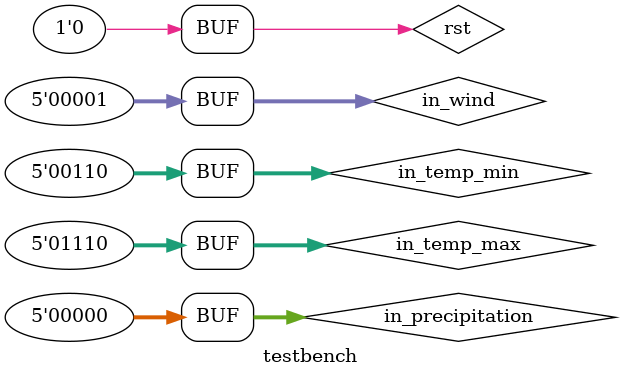
<source format=v>
module decision_tree (
    CLOCK_50,
    rst,
    in_temp_max,
    in_temp_min,
    in_precipitation,
    in_wind,
    tmp_out);

    input CLOCK_50, rst;
    input[4:0] in_temp_max, in_temp_min,
                in_precipitation, in_wind;
    //output[2:0] out;

    parameter state_0 = 3'b000;
    parameter state_1 = 3'b001;
    parameter state_2 = 3'b010;
    parameter state_3 = 3'b011;
    parameter state_4 = 3'b100;

    output reg[4:0] tmp_out;
    reg[2:0] present_state, next_state;

    always @ (posedge CLOCK_50 or posedge rst) begin
        if(rst) begin
            present_state <= state_0;
        end
        else begin
            present_state <= next_state;
        end
    end

    always @ (posedge CLOCK_50) begin
        case(present_state)
            state_0 : begin
                if (in_temp_max <= 17) begin
                    next_state <= state_1;
                end
                else begin
                    next_state <= state_2;
                end
            end
            state_1 : begin
                if (in_precipitation <= 1) begin
                    tmp_out <= 5'b10000; // sunny
                end
                else begin
                    next_state <= state_3;
                end
            end
            state_2 : begin
                if (in_temp_max <= 26) begin
                    next_state <= state_4;
                end
                else begin
                    tmp_out <= 5'b10000; // sunny
                end
            end
            state_3 : begin
                if (in_temp_min <= 1) begin
                    tmp_out <= 5'b01000; // snowy
                end
                else begin
                    tmp_out <= 5'b00100; // rainy
                end
            end
            state_4 : begin
                if (in_precipitation <= 1) begin
                    tmp_out <= 5'b10000; // sunny
                end
                else begin
                    tmp_out <= 5'b00100; // rainy
                end
            end
            default : begin
                tmp_out <= 5'b11111;
                next_state <= state_0;
            end
        endcase
    end
    //assign out = tmp_out;
endmodule

module decision_tree1 (
    CLOCK_50,
    rst,
    in_temp_max,
    in_temp_min,
    in_precipitation,
    in_wind,
    tmp_out);

    input CLOCK_50, rst;
    input[4:0] in_temp_max, in_temp_min,
                in_precipitation, in_wind;
    output reg[4:0] tmp_out;

    parameter state_0 = 5'b00000;
    parameter state_1 = 5'b00001;
    parameter state_2 = 5'b00010;
    parameter state_3 = 5'b00011;
    parameter state_4 = 5'b00100;
    parameter state_5 = 5'b00101;
    parameter state_6 = 5'b00110;
    parameter state_7 = 5'b00111;
    parameter state_8 = 5'b01000;
    parameter state_9 = 5'b01001;
    parameter state_10 = 5'b01010;
    parameter state_11 = 5'b01011;
    parameter state_12 = 5'b01100;
    parameter state_13 = 5'b01101;
    parameter state_14 = 5'b01110;
    parameter state_15 = 5'b01111;
    parameter state_16 = 5'b10000;
    parameter state_17 = 5'b10001;

    reg[4:0] present_state, next_state;

    always @ (posedge CLOCK_50 or posedge rst) begin
        if(rst) begin
            present_state <= state_0;
        end
        else begin
            present_state <= next_state;
        end
    end

    always @ (posedge CLOCK_50) begin
        case(present_state)
            state_0 : begin
                if (in_precipitation <= 1) begin
                    next_state = state_1;
                end
                else begin
                    next_state = state_2;
                end
            end
            state_1 : begin
                if (in_temp_max <= 18) begin
                    next_state = state_3;
                end
                else begin
                    next_state = state_4;
                end
            end
            state_2 : begin
                if (in_wind <= 5) begin
                    next_state = state_5;
                end
                else begin
                    next_state = state_6;
                end
            end
            state_3 : begin
                if (in_temp_max <= 8) begin
                    next_state = state_7;
                end
                else begin
                    next_state = state_8;
                end
            end
            state_4 : begin
                if (in_temp_max <= 30) begin
                    next_state = state_9;
                end
                else begin
                    tmp_out = 5'b10000; // sunny
                end
            end
            state_5 : begin
                if (in_temp_min <= 1) begin
                    next_state = state_10;
                end
                else begin
                    tmp_out = 5'b00100; // rainy
                end
            end
            state_6 : begin
                if (in_temp_min <= 1) begin
                    tmp_out = 5'b01000; // sonwy
                end
                else begin
                    next_state = state_11;
                end
            end
            state_7 : begin
                if (in_wind <= 3) begin
                    next_state = state_12;
                end
                else begin
                    next_state = state_13;
                end
            end
            state_8 : begin
                if (in_wind <= 2) begin
                    next_state = state_14;
                end
                else begin
                    tmp_out = 5'b10000; // sunny
                end
            end
            state_9 : begin
                if (in_wind <= 2) begin
                    next_state = state_15;
                end
                else begin
                    next_state = state_16;
                end
            end
            state_10 : begin
                if (in_temp_min <= -1) begin
                    tmp_out = 5'b00100; // rainy
                end
                else begin
                    next_state = state_17;
                end
            end
            state_11 : begin
                if (in_temp_max <= 7) begin
                    tmp_out = 5'b01000; // snowy
                end
                else begin
                    tmp_out = 5'b00100; // rainy
                end
            end
            state_12 : begin
                if (in_temp_max <= 4) begin
                    tmp_out = 5'b00001; // drizzle
                end
                else begin
                    tmp_out = 5'b00100; // rainy
                end
            end
            state_13 : begin
                if (in_temp_min <= 2) begin
                    tmp_out = 5'b10000; // sunny
                end
                else begin
                    tmp_out = 5'b00100; // rainy
                end
            end
            state_14 : begin
                if (in_temp_min <= 3) begin
                    tmp_out = 5'b10000; // sunny
                end
                else begin
                    tmp_out = 5'b00010; // foggy
                end
            end
            state_15 : begin
                if (in_temp_max <= 28) begin
                    tmp_out = 5'b10000; // sunny
                end
                else begin
                    tmp_out = 5'b00100; // rainy
                end
            end
            state_16 : begin
                if (in_temp_min <= 17) begin
                    tmp_out = 5'b10000; // sunny
                end
                else begin
                    tmp_out = 5'b00010; // foggy
                end
            end
            state_17 : begin
                if (in_wind <= 3) begin
                    tmp_out = 5'b00100; // rainy
                end
                else begin
                    tmp_out = 5'b01000; // snowy
                end
            end
            default : begin
                tmp_out = 5'b11111;
                next_state = state_0;
            end
        endcase
    end
endmodule

module decision_tree2 (
    CLOCK_50,
    rst,
    in_temp_max,
    in_temp_min,
    in_precipitation,
    in_wind,
    tmp_out);

    input CLOCK_50, rst;
    input[4:0] in_temp_max, in_temp_min,
                in_precipitation, in_wind;
    output reg[4:0] tmp_out;

    parameter state_0 = 5'b00000;
    parameter state_1 = 5'b00001;
    parameter state_2 = 5'b00010;
    parameter state_3 = 5'b00011;
    parameter state_4 = 5'b00100;
    parameter state_5 = 5'b00101;
    parameter state_6 = 5'b00110;
    parameter state_7 = 5'b00111;
    parameter state_8 = 5'b01000;
    parameter state_9 = 5'b01001;
    parameter state_10 = 5'b01010;
    parameter state_11 = 5'b01011;
    parameter state_12 = 5'b01100;
    parameter state_13 = 5'b01101;
    parameter state_14 = 5'b01110;
    parameter state_15 = 5'b01111;
    parameter state_16 = 5'b10000;
    parameter state_17 = 5'b10001;
    parameter state_18 = 5'b10010;

    
    reg[4:0] present_state, next_state;

    always @ (posedge CLOCK_50 or posedge rst) begin
        if(rst) begin
            present_state <= state_0;
        end
        else begin
            present_state <= next_state;
        end
    end

    always @ (posedge CLOCK_50) begin
       case(present_state)
            state_0 : begin
                if (in_precipitation <= 1) begin
                    next_state = state_1;
                end
                else begin
                    next_state = state_2;
                end
            end
            state_1 : begin
                if (in_wind <= 3) begin
                    next_state = state_3;
                end
                else begin
                    next_state = state_4;
                end
            end
            state_2 : begin
                if (in_temp_min <= 1) begin
                    next_state = state_5;
                end
                else begin
                    next_state = state_6;
                end
            end
            state_3 : begin
                if (in_temp_max <= 17) begin
                    next_state = state_7;
                end
                else begin
                    next_state = state_8;
                end
            end
            state_4 : begin
                if (in_temp_min <= 9) begin
                    tmp_out = 5'b10000; // sunny
                end
                else begin
                    next_state = state_9;
                end
            end
            state_5 : begin
                if (in_wind <= 3) begin
                    tmp_out = 5'b00100; // rainy;
                end
                else begin
                    next_state = state_10;
                end
            end
            state_6 : begin
                if (in_temp_min <= 3) begin
                    next_state = state_11;
                end
                else begin
                    next_state = state_12;
                end
            end
            state_7 : begin
                if (in_temp_max <= 16) begin
                    next_state = state_13;
                end
                else begin
                    tmp_out = 5'b00010; // foggy
                end
            end
            state_8 : begin
                if (in_temp_max <= 30) begin
                    tmp_out = 5'b10000; // sunny
                end
                else begin
                    next_state = state_14;
                end
            end
            state_9 : begin
                if (in_temp_max <= 19) begin
                    next_state = state_15;
                end
                else begin
                    next_state = state_16;
                end
            end
            state_10 : begin
                if (in_precipitation <= 5) begin
                    next_state = state_17;
                end
                else begin
                    tmp_out = 5'b01000; // snowy
                end
            end
            state_11 : begin
                if (in_wind <= 2) begin
                    tmp_out = 5'b01000; // snowy
                end
                else begin
                    tmp_out = 5'b00100; // rainy
                end
            end
            state_12 : begin
                if (in_precipitation <= 22) begin
                    tmp_out = 5'b00100; // rainy
                end
                else begin
                    next_state = state_18;
                end
            end
            state_13 : begin
                if (in_temp_min <= 3) begin
                    tmp_out = 5'b10000; // sunny
                end
                else begin
                    tmp_out = 5'b00100; // rainy
                end
            end
            state_14 : begin
                if (in_wind <= 2) begin
                    tmp_out = 3'b010; //drizzle 
                end
                else begin
                    tmp_out = 5'b10000; // sunny
                end
            end
            state_15 : begin
                if (in_temp_min <= 12) begin
                    tmp_out = 5'b10000; // sunny
                end
                else begin
                    tmp_out = 5'b00100; // rainy
                end
            end
            state_16 : begin
                if (in_wind <= 6) begin
                    tmp_out = 5'b10000; // sunny
                end
                else begin
                    tmp_out = 5'b00010; // foggy
                end
            end
            state_17 : begin
                if (in_temp_max <= 5) begin
                    tmp_out = 5'b01000; // snowy
                end
                else begin
                    tmp_out = 5'b00100; // rainy
                end
            end
            state_18 : begin
                if (in_precipitation <= 25) begin
                    tmp_out = 5'b01000; // snowy
                end
                else begin
                    tmp_out = 5'b00100; // rainy
                end
            end
            default : begin
                tmp_out = 5'b11111;
                next_state = state_0;
            end
        endcase
    end
    
endmodule

module decision_tree3 (
    CLOCK_50,
    rst,
    in_temp_max,
    in_temp_min,
    in_precipitation,
    in_wind,
    tmp_out);

    input CLOCK_50, rst;
    input[4:0] in_temp_max, in_temp_min,
                in_precipitation, in_wind;
    output reg[4:0] tmp_out;

    parameter state_0 = 5'b00000;
    parameter state_1 = 5'b00001;
    parameter state_2 = 5'b00010;
    parameter state_3 = 5'b00011;
    parameter state_4 = 5'b00100;
    parameter state_5 = 5'b00101;
    parameter state_6 = 5'b00110;
    parameter state_7 = 5'b00111;
    parameter state_8 = 5'b01000;
    parameter state_9 = 5'b01001;

    
    reg[4:0] present_state, next_state;

    always @ (posedge CLOCK_50 or posedge rst) begin
        if(rst) begin
            present_state <= state_0;
        end
        else begin
            present_state <= next_state;
        end
    end

    always @ (posedge CLOCK_50) begin
       case(present_state)
            state_0 : begin
                if (in_precipitation <= 1) begin
                    next_state = state_1;
                end
                else begin
                    next_state = state_2;
                end
            end
            state_1 : begin
                if (in_wind <= 2) begin
                    tmp_out = 5'b10000; // sunny;
                end
                else begin
                    next_state = state_3;
                end
            end
            state_2 : begin
                if (in_temp_min <= 1) begin
                    next_state = state_4;
                end
                else begin
                    next_state = state_5;
                end
            end
            state_3 : begin
                if (in_temp_max <= 17) begin
                    next_state = state_6;
                end
                else begin
                    tmp_out = 5'b10000; // sunny
                end
            end
            state_4 : begin
                if (in_temp_max <= 6) begin
                    tmp_out = 5'b01000; // snowy
                end
                else begin
                    next_state = state_7;
                end
            end
            state_5 : begin
                if (in_temp_max <= 6) begin
                    next_state = state_8;
                end
                else begin
                    tmp_out = 5'b00100; // rainy
                end
            end
            state_6 : begin
                if (in_temp_max <= 6) begin
                    tmp_out = 5'b10000; // sunny
                end
                else begin
                    next_state = state_9;
                end
            end
            state_7 : begin
                if (in_temp_max <= 8) begin
                    tmp_out = 5'b00100; // rainy
                end
                else begin
                    tmp_out = 5'b01000; // snowy
                end
            end
            state_8 : begin
                if (in_precipitation <= 11) begin
                    tmp_out = 5'b00100; // rainy
                end
                else begin
                    tmp_out = 5'b01000; // snowy
                end
            end
            state_9 : begin
                if (in_temp_min <= 12) begin
                    tmp_out = 5'b10000; // sunny
                end
                else begin
                    tmp_out = 3'b010; // drizzle 
                end
            end
            default : begin
                tmp_out = 5'b11111;
                next_state = state_0;
            end
        endcase
    end
    
endmodule

module decision_tree4 (
    CLOCK_50,
    rst,
    in_temp_max,
    in_temp_min,
    in_precipitation,
    in_wind,
    tmp_out);

    input CLOCK_50, rst;
    input[4:0] in_temp_max, in_temp_min,
                in_precipitation, in_wind;
    output reg[4:0] tmp_out;

    parameter state_0 = 5'b00000;
    parameter state_1 = 5'b00001;
    parameter state_2 = 5'b00010;
    parameter state_3 = 5'b00011;
    parameter state_4 = 5'b00100;
    parameter state_5 = 5'b00101;
    parameter state_6 = 5'b00110;
    parameter state_7 = 5'b00111;
    parameter state_8 = 5'b01000;
    parameter state_9 = 5'b01001;
    parameter state_10 = 5'b01010;
    parameter state_11 = 5'b01011;

    
    reg[4:0] present_state, next_state;

    always @ (posedge CLOCK_50 or posedge rst) begin
        if(rst) begin
            present_state <= state_0;
        end
        else begin
            present_state <= next_state;
        end
    end

    always @ (posedge CLOCK_50) begin
       case(present_state)
            state_0 : begin
                if (in_precipitation <= 1) begin
                    next_state = state_1;
                end
                else begin
                    next_state = state_2;
                end
            end
            state_1 : begin
                if (in_wind <= 2) begin
                    next_state = state_3;
                end
                else begin
                    next_state = state_4;
                end
            end
            state_2 : begin
                if (in_temp_min <= 1) begin
                    next_state = state_5;
                end
                else begin
                    tmp_out = 5'b00100; // rainy
                end
            end
            state_3 : begin
                if (in_temp_max <= 4) begin
                    next_state = state_6;
                end
                else begin
                    tmp_out = 5'b10000; // sunny
                end
            end
            state_4 : begin
                if (in_temp_max <= 18) begin
                    next_state = state_7;
                end
                else begin
                    tmp_out = 5'b10000; // sunny
                end
            end
            state_5 : begin
                if (in_precipitation <= 5) begin
                    next_state = state_8;
                end
                else begin
                    next_state = state_9;
                end
            end
            state_6 : begin
                if (in_temp_max <= 3) begin
                    next_state = state_10;
                end
                else begin
                    tmp_out = 3'b010; // drizzle
                end
            end
            state_7 : begin
                if (in_temp_max <= 7) begin
                    tmp_out = 5'b10000; // sunny
                end
                else begin
                    next_state = state_11;
                end
            end
            state_8 : begin
                if (in_wind <= 4) begin
                    tmp_out = 5'b00100; // rainy
                end
                else begin
                    tmp_out = 5'b01000; // snowy
                end
            end
            state_9 : begin
                if (in_precipitation <= 11) begin
                    tmp_out = 5'b01000; // snowy
                end
                else begin
                    tmp_out = 5'b00100; // rainy
                end
            end
            state_10 : begin
                if (in_temp_max <= 2) begin
                    tmp_out = 3'b010; // drizzle
                end
                else begin
                    tmp_out = 5'b10000; // sunny
                end
            end
            state_11 : begin
                if (in_wind <= 6) begin
                    tmp_out = 5'b10000; // sunny
                end
                else begin
                    tmp_out = 5'b00100; // rainy
                end
            end
            default : begin
                tmp_out = 5'b11111;
                next_state = state_0;
            end
        endcase
    end
    
endmodule

module decision_tree5 (
    CLOCK_50,
    rst,
    in_temp_max,
    in_temp_min,
    in_precipitation,
    in_wind,
    tmp_out);

    input CLOCK_50, rst;
    input[4:0] in_temp_max, in_temp_min,
                in_precipitation, in_wind;
    output reg[4:0] tmp_out;

    parameter state_0 = 5'b00000;
    parameter state_1 = 5'b00001;
    parameter state_2 = 5'b00010;
    parameter state_3 = 5'b00011;
    parameter state_4 = 5'b00100;
    parameter state_5 = 5'b00101;
    parameter state_6 = 5'b00110;
    parameter state_7 = 5'b00111;
    parameter state_8 = 5'b01000;
    parameter state_9 = 5'b01001;
    parameter state_10 = 5'b01010;
    parameter state_11 = 5'b01011;
    parameter state_12 = 5'b01100;
    parameter state_13 = 5'b01101;
    parameter state_14 = 5'b01110;
    parameter state_15 = 5'b01111;
    parameter state_16 = 5'b10000;
    parameter state_17 = 5'b10001;
    parameter state_18 = 5'b10010;
    parameter state_19 = 5'b10011;

    
    reg[4:0] present_state, next_state;

    always @ (posedge CLOCK_50 or posedge rst) begin
        if(rst) begin
            present_state <= state_0;
        end
        else begin
            present_state <= next_state;
        end
    end

    always @ (posedge CLOCK_50) begin
       case(present_state)
            state_0 : begin
                if (in_precipitation <= 1) begin
                    next_state = state_1;
                end
                else begin
                    next_state = state_2;
                end
            end
            state_1 : begin
                if (in_wind <= 2) begin
                    next_state = state_3;
                end
                else begin
                    next_state = state_4;
                end
            end
            state_2 : begin
                if (in_temp_min <= 1) begin
                    next_state = state_5;
                end
                else begin
                    next_state = state_6;
                end
            end
            state_3 : begin
                if (in_temp_max <= 20) begin
                    next_state = state_7;
                end
                else begin
                    tmp_out = 5'b10000; // sunny
                end
            end
            state_4 : begin
                if (in_temp_max <= 17) begin
                    next_state = state_8;
                end
                else begin
                    next_state = state_9;
                end
            end
            state_5 : begin
                if (in_wind <= 3) begin
                    tmp_out = 5'b00100; // rainy;
                end
                else begin
                    next_state = state_10;
                end
            end
            state_6 : begin
                if (in_temp_min <= 3) begin
                    next_state = state_11;
                end
                else begin
                    next_state = state_12;
                end
            end
            state_7 : begin
                if (in_temp_min <= 3) begin
                    tmp_out = 5'b10000; // sunny
                end
                else begin
                    next_state = state_13;
                end
            end
            state_8 : begin
                if (in_wind <= 3) begin
                    next_state = state_14;
                end
                else begin
                    next_state = state_15;
                end
            end
            state_9 : begin
                if (in_temp_max <= 20) begin
                    tmp_out = 5'b10000; // sunny
                end
                else begin
                    next_state = state_16;
                end
            end
            state_10 : begin
                if (in_wind <= 4) begin
                    next_state = state_17;
                end
                else begin
                    tmp_out = 5'b01000; // snowy
                end
            end
            state_11 : begin
                if (in_wind <= 2) begin
                    next_state = state_18;
                end
                else begin
                    tmp_out = 5'b00100; // rainy
                end
            end
            state_12 : begin
                if (in_precipitation <= 22) begin
                    tmp_out = 5'b00100; // rainy
                end
                else begin
                    next_state = state_19;
                end
            end
            state_13 : begin
                if (in_temp_min <= 8) begin
                    tmp_out = 5'b10000; // sunny
                end
                else begin
                    tmp_out = 5'b00010; // foggy
                end
            end
            state_14 : begin
                if (in_temp_max <= 4) begin
                    tmp_out = 3'b010; //drizzle 
                end
                else begin
                    tmp_out = 5'b10000; // sunny
                end
            end
            state_15 : begin
                if (in_temp_max <= 11) begin
                    tmp_out = 5'b10000; // sunny
                end
                else begin
                    tmp_out = 5'b00100; // rainy
                end
            end
            state_16 : begin
                if (in_wind <= 6) begin
                    tmp_out = 5'b10000; // sunny
                end
                else begin
                    tmp_out = 5'b00010; // foggy
                end
            end
            state_17 : begin
                if (in_temp_min <= -1) begin
                    tmp_out = 5'b00100; // rainy
                end
                else begin
                    tmp_out = 5'b01000; // snowy
                end
            end
            state_18 : begin
                if (in_precipitation <= 3) begin
                    tmp_out = 5'b00100; // rainy
                end
                else begin
                    tmp_out = 5'b01000; // snowy
                end
            end
            state_19 : begin
                if (in_precipitation <= 23) begin
                    tmp_out = 5'b01000; // snowy
                end
                else begin
                    tmp_out = 5'b00100; // rainy
                end
            end
            default : begin
                tmp_out = 5'b11111;
                next_state = state_0;
            end
        endcase
    end
    
endmodule

module decision_tree6 (
    CLOCK_50,
    rst,
    in_temp_max,
    in_temp_min,
    in_precipitation,
    in_wind,
    tmp_out);

    input CLOCK_50, rst;
    input[4:0] in_temp_max, in_temp_min,
                in_precipitation, in_wind;
    output reg[4:0] tmp_out;

    parameter state_0 = 5'b00000;
    parameter state_1 = 5'b00001;
    parameter state_2 = 5'b00010;
    parameter state_3 = 5'b00011;
    parameter state_4 = 5'b00100;
    parameter state_5 = 5'b00101;
    parameter state_6 = 5'b00110;
    parameter state_7 = 5'b00111;
    parameter state_8 = 5'b01000;
    parameter state_9 = 5'b01001;
    parameter state_10 = 5'b01010;
    parameter state_11 = 5'b01011;
    parameter state_12 = 5'b01100;
    parameter state_13 = 5'b01101;
    parameter state_14 = 5'b01110;

    
    reg[4:0] present_state, next_state;

    always @ (posedge CLOCK_50 or posedge rst) begin
        if(rst) begin
            present_state <= state_0;
        end
        else begin
            present_state <= next_state;
        end
    end

    always @ (posedge CLOCK_50) begin
       case(present_state)
            state_0 : begin
                if (in_temp_max <= 16) begin
                    next_state = state_1;
                end
                else begin
                    next_state = state_2;
                end
            end
            state_1 : begin
                if (in_temp_min <= 2) begin
                    next_state = state_3;
                end
                else begin
                    next_state = state_4;
                end
            end
            state_2 : begin
                if (in_precipitation <= 1) begin
                    next_state = state_5;
                end
                else begin
                    tmp_out = 5'b00100; // rainy
                end
            end
            state_3 : begin
                if (in_precipitation <= 1) begin
                    tmp_out = 5'b10000; // sunny
                end
                else begin
                    next_state = state_6;
                end
            end
            state_4 : begin
                if (in_temp_max <= 12) begin
                    tmp_out = 5'b00100; // rainy
                end
                else begin
                    next_state = state_7;
                end
            end
            state_5 : begin
                if (in_temp_max <= 19) begin
                    next_state = state_8;
                end
                else begin
                    next_state = state_9;
                end
            end
            state_6 : begin
                if (in_wind <= 5) begin
                    tmp_out = 5'b00100; // rainy
                end
                else begin
                    next_state = state_10;
                end
            end
            state_7 : begin
                if (in_temp_min <= 5) begin
                    next_state = state_11;
                end
                else begin
                    next_state = state_12;
                end
            end
            state_8 : begin
                if (in_temp_max <= 18) begin
                    next_state = state_13;
                end
                else begin
                    next_state = state_14;
                end
            end
            state_9 : begin
                if (in_wind <= 6) begin
                    tmp_out = 5'b10000; // sunny
                end
                else begin
                    tmp_out = 5'b00010; // foggy
                end
            end
            state_10 : begin
                if (in_precipitation <= 29) begin
                    tmp_out = 5'b01000; // snowy
                end
                else begin
                    tmp_out = 5'b00100; // rainy
                end
            end
            state_11 : begin
                if (in_temp_min <= 4) begin
                    tmp_out = 5'b10000; // sunny
                end
                else begin
                    tmp_out = 5'b00010; // foggy
                end
            end
            state_12 : begin
                if (in_wind <= 2) begin
                    tmp_out = 5'b10000; // sunny
                end
                else begin
                    tmp_out = 5'b00100; // rainy
                end
            end
            state_13 : begin
                if (in_wind <= 2) begin
                    tmp_out = 5'b00010; // foggy
                end
                else begin
                    tmp_out = 5'b10000; // sunny
                end
            end
            state_14 : begin
                if (in_wind <= 2) begin
                     tmp_out = 5'b00010; // foggy
                end
                else begin
                    tmp_out = 5'b10000; // sunny
                end
            end
            default : begin
                tmp_out = 5'b11111;
                next_state = state_0;
            end
        endcase
    end
    
endmodule

module decision_tree7 (
    CLOCK_50,
    rst,
    in_temp_max,
    in_temp_min,
    in_precipitation,
    in_wind,
    tmp_out);

    input CLOCK_50, rst;
    input[4:0] in_temp_max, in_temp_min,
                in_precipitation, in_wind;
    output reg[4:0] tmp_out;

    parameter state_0 = 5'b00000;
    parameter state_1 = 5'b00001;
    parameter state_2 = 5'b00010;
    parameter state_3 = 5'b00011;
    parameter state_4 = 5'b00100;
    parameter state_5 = 5'b00101;
    parameter state_6 = 5'b00110;
    parameter state_7 = 5'b00111;
    parameter state_8 = 5'b01000;
    parameter state_9 = 5'b01001;
    parameter state_10 = 5'b01010;
    parameter state_11 = 5'b01011;
    parameter state_12 = 5'b01100;
    parameter state_13 = 5'b01101;
    parameter state_14 = 5'b01110;

    
    reg[4:0] present_state, next_state;

    always @ (posedge CLOCK_50 or posedge rst) begin
        if(rst) begin
            present_state <= state_0;
        end
        else begin
            present_state <= next_state;
        end
    end

    always @ (posedge CLOCK_50) begin
       case(present_state)
            state_0 : begin
                if (in_temp_max <= 20) begin
                    next_state = state_1;
                end
                else begin
                    next_state = state_2;
                end
            end
            state_1 : begin
                if (in_precipitation <= 1) begin
                    next_state = state_3;
                end
                else begin
                    next_state = state_4;
                end
            end
            state_2 : begin
                if (in_precipitation <= 1) begin
                    next_state = state_5;
                end
                else begin
                    tmp_out = 5'b00100; // rainy
                end
            end
            state_3 : begin
                if (in_temp_max <= 7) begin
                    next_state = state_6;
                end
                else begin
                    next_state = state_7;
                end
            end
            state_4 : begin
                if (in_temp_max <= 5) begin
                    next_state = state_8;
                end
                else begin
                    next_state = state_9;
                end
            end
            state_5 : begin
                if (in_temp_max <= 23) begin
                    next_state = state_10;
                end
                else begin
                    tmp_out = 5'b10000; // sunny
                end
            end
            state_6 : begin
                if (in_temp_min <= -1) begin
                    tmp_out = 5'b10000; // sunny
                end
                else begin
                    next_state = state_11;
                end
            end
            state_7 : begin
                if (in_wind <= 2) begin
                    next_state = state_12;
                end
                else begin
                    tmp_out = 5'b10000; // sunny
                end
            end
            state_8 : begin
                if (in_wind <= 4) begin
                    tmp_out = 5'b00100; // rainy
                end
                else begin
                    tmp_out = 5'b01000; // snowy
                end
            end
            state_9 : begin
                if (in_wind <= 6) begin
                    tmp_out = 5'b00100; // rainy
                end
                else begin
                    next_state = state_13;
                end
            end
            state_10 : begin
                if (in_temp_min <= 13) begin
                    tmp_out = 5'b10000; // sunny
                end
                else begin
                    next_state = state_14;
                end
            end
            state_11 : begin
                if (in_wind <= 2) begin
                    tmp_out = 5'b00010; // foggy
                end
                else begin
                    tmp_out = 5'b10000; // sunny
                end
            end
            state_12 : begin
                if (in_temp_min <= 3) begin
                    tmp_out = 5'b10000; // sunny
                end
                else begin
                    tmp_out = 5'b00100; // rainy
                end
            end
            state_13 : begin
                if (in_temp_max <= 7) begin
                    tmp_out = 5'b01000; // snowy
                end
                else begin
                    tmp_out = 5'b00100; // rainy
                end
            end
            state_14 : begin
                if (in_temp_min <= 15) begin
                     tmp_out = 5'b10000; // sunny
                end
                else begin
                    tmp_out = 5'b00100; // rainy
                end
            end
            default : begin
                tmp_out = 5'b11111;
                next_state = state_0;
            end
        endcase
    end
    
endmodule

module decision_tree8 (
    CLOCK_50,
    rst,
    in_temp_max,
    in_temp_min,
    in_precipitation,
    in_wind,
    tmp_out);

    input CLOCK_50, rst;
    input[4:0] in_temp_max, in_temp_min,
                in_precipitation, in_wind;
    output reg[4:0] tmp_out;

    parameter state_0 = 5'b00000;
    parameter state_1 = 5'b00001;
    parameter state_2 = 5'b00010;
    parameter state_3 = 5'b00011;
    parameter state_4 = 5'b00100;
    parameter state_5 = 5'b00101;
    parameter state_6 = 5'b00110;
    parameter state_7 = 5'b00111;
    parameter state_8 = 5'b01000;
    parameter state_9 = 5'b01001;
    parameter state_10 = 5'b01010;
    parameter state_11 = 5'b01011;

    
    reg[4:0] present_state, next_state;

    always @ (posedge CLOCK_50 or posedge rst) begin
        if(rst) begin
            present_state <= state_0;
        end
        else begin
            present_state <= next_state;
        end
    end

    always @ (posedge CLOCK_50) begin
       case(present_state)
            state_0 : begin
                if (in_precipitation <= 1) begin
                    next_state = state_1;
                end
                else begin
                    next_state = state_2;
                end
            end
            state_1 : begin
                if (in_temp_max <= 20) begin
                    next_state = state_3;
                end
                else begin
                    next_state = state_4;
                end
            end
            state_2 : begin
                if (in_temp_min <= 1) begin
                    next_state = state_5;
                end
                else begin
                    tmp_out = 5'b00100; // rainy
                end
            end
            state_3 : begin
                if (in_temp_min <= 3) begin
                    next_state = state_6;
                end
                else begin
                    next_state = state_7;
                end
            end
            state_4 : begin
                if (in_wind <= 6) begin
                    tmp_out = 5'b10000; // sunny
                end
                else begin
                    tmp_out = 5'b00010; // foggy
                end
            end
            state_5 : begin
                if (in_temp_max <= 5) begin
                    tmp_out = 5'b01000; // snowy
                end
                else begin
                    next_state = state_8;
                end
            end
            state_6 : begin
                if (in_temp_min <= -4) begin
                    tmp_out = 5'b10000; // sunny
                end
                else begin
                    next_state = state_9;
                end
            end
            state_7 : begin
                if (in_wind <= 2) begin
                    next_state = state_10;
                end
                else begin
                    tmp_out = 5'b10000; // sunny
                end
            end
            state_8 : begin
                if (in_temp_max <= 9) begin
                    next_state = state_11;
                end
                else begin
                    tmp_out = 5'b01000; // snowy
                end
            end
            state_9 : begin
                if (in_temp_min <= -3) begin
                    tmp_out = 5'b00010; // foggy
                end
                else begin
                    tmp_out = 5'b10000; // sunny
                end
            end
            state_10 : begin
                if (in_temp_max <= 9) begin
                    tmp_out = 5'b00100; // rainy
                end
                else begin
                    tmp_out = 5'b10000; // sunny
                end
            end
            state_11 : begin
                if (in_precipitation <= 5) begin
                    tmp_out = 5'b00100; // rainy
                end
                else begin
                    tmp_out = 5'b01000; // snowy
                end
            end
            default : begin
                tmp_out = 5'b11111;
                next_state = state_0;
            end
        endcase
    end
    
endmodule

module decision_tree9 (
    CLOCK_50,
    rst,
    in_temp_max,
    in_temp_min,
    in_precipitation,
    in_wind,
    tmp_out);

    input CLOCK_50, rst;
    input[4:0] in_temp_max, in_temp_min,
                in_precipitation, in_wind;
    output reg[4:0] tmp_out;

    parameter state_0 = 5'b00000;
    parameter state_1 = 5'b00001;
    parameter state_2 = 5'b00010;
    parameter state_3 = 5'b00011;
    parameter state_4 = 5'b00100;
    parameter state_5 = 5'b00101;
    parameter state_6 = 5'b00110;
    parameter state_7 = 5'b00111;
    parameter state_8 = 5'b01000;
    parameter state_9 = 5'b01001;
    parameter state_10 = 5'b01010;
    parameter state_11 = 5'b01011;
    parameter state_12 = 5'b01100;
    parameter state_13 = 5'b01101;
    parameter state_14 = 5'b01110;
    parameter state_15 = 5'b01111;
    parameter state_16 = 5'b10000;

    reg[4:0] present_state, next_state;

    always @ (posedge CLOCK_50 or posedge rst) begin
        if(rst) begin
            present_state <= state_0;
        end
        else begin
            present_state <= next_state;
        end
    end

    always @ (posedge CLOCK_50) begin
       case(present_state)
            state_0 : begin
                if (in_temp_max <= 18) begin
                    next_state = state_1;
                end
                else begin
                    next_state = state_2;
                end
            end
            state_1 : begin
                if (in_precipitation <= 1) begin
                    next_state = state_3;
                end
                else begin
                    next_state = state_4;
                end
            end
            state_2 : begin
                if (in_precipitation <= 1) begin
                    next_state = state_5;
                end
                else begin
                    tmp_out = 5'b00100; // rainy
                end
            end
            state_3 : begin
                if (in_temp_max <= 4) begin
                    next_state = state_6;
                end
                else begin
                    next_state = state_7;
                end
            end
            state_4 : begin
                if (in_wind <= 5) begin
                    next_state = state_8;
                end
                else begin
                    next_state = state_9;
                end
            end
            state_5 : begin
                if (in_temp_max <= 23) begin
                    next_state = state_10;
                end
                else begin
                    next_state = state_11;
                end
            end
            state_6 : begin
                if (in_wind <= 3) begin
                    tmp_out = 3'b010; // drizzle
                end
                else begin
                    tmp_out = 5'b10000; // sunny
                end
            end
            state_7 : begin
                if (in_temp_max <= 7) begin
                    tmp_out = 5'b10000; // sunny
                end
                else begin
                    next_state = state_12;
                end
            end
            state_8 : begin
                if (in_temp_min <= 3) begin
                    next_state = state_13;
                end
                else begin
                    tmp_out = 5'b00100; // rainy
                end
            end
            state_9 : begin
                if (in_precipitation <= 4) begin
                    next_state = state_14;
                end
                else begin
                    tmp_out = 5'b00100; // rainy
                end
            end
            state_10 : begin
                if (in_temp_min <= 13) begin
                    tmp_out = 5'b10000; // sunny
                end
                else begin
                    next_state = state_15;
                end
            end
            state_11 : begin
                if (in_temp_min <= 13) begin
                    tmp_out = 5'b10000; // sunny
                end
                else begin
                    next_state = state_16;
                end
            end
            state_12 : begin
                if (in_temp_max <= 9) begin
                    tmp_out = 5'b00100; // rainy
                end
                else begin
                    tmp_out = 5'b10000; // sunny
                end
            end
            state_13 : begin
                if (in_wind <= 2) begin
                    tmp_out = 5'b01000; // snowy
                end
                else begin
                    tmp_out = 5'b00100; // rainy
                end
            end
            state_14 : begin
                if (in_temp_max <= 6) begin
                     tmp_out = 5'b01000; // snowy
                end
                else begin
                    tmp_out = 5'b00100; // rainy
                end
            end
            state_15 : begin
                if (in_temp_max <= 20) begin
                    tmp_out = 5'b00100; // rainy
                end
                else begin
                    tmp_out = 5'b10000; // sunny
                end
            end
            state_16 : begin
                if (in_wind <= 5) begin
                     tmp_out = 5'b10000; // sunny
                end
                else begin
                    tmp_out = 5'b00010; // foggy
                end
            end
            default : begin
                tmp_out = 5'b11111;
                next_state = state_0;
            end
        endcase
    end
    
endmodule



module majority_vote(
    CLOCK_50,
    out1, out2, out3, out4, out5, out6, out7, out8, out9,
    result);
    input CLOCK_50;
    input [4:0] out1, out2, out3, out4, out5, out6, out7, out8, out9;
    output wire [3:0] result;

    wire [4:0] tree1;
    assign tree1 = out1;
    wire [4:0] tree2;
    assign tree2 = out2;
    wire [4:0] tree3;
    assign tree3 = out3;
    wire [4:0] tree4;
    assign tree4 = out4;
    wire [4:0] tree5;
    assign tree5 = out5;
    wire [4:0] tree6;
    assign tree6 = out6;
    wire [4:0] tree7;
    assign tree7 = out7;
    wire [4:0] tree8;
    assign tree8 = out8;
    wire [4:0] tree9;
    assign tree9 = out9;

    // weather count
    wire [4:0] drizzle_1;
    assign drizzle_1 = out1[0] + out2[0] + out3[0] + out4[0] + out5[0] + out6[0] + out7[0] + out8[0] + out9[0];
    wire [4:0] fog_2;
    assign fog_2 = out1[1] + out2[1] + out3[1] + out4[1] + out5[1] + out6[1] + out7[1] + out8[1] + out9[1];
    wire [4:0] rainy_3;
    assign rainy_3 = out1[2] + out2[2] + out3[2] + out4[2] + out5[2] + out6[2] + out7[2] + out8[2] + out9[2];
    wire [4:0] snowy_4;
    assign snowy_4 = out1[3] + out2[3] + out3[3] + out4[3] + out5[3] + out6[3] + out7[3] + out8[3] + out9[3];
    wire [4:0] sunny_5;
    assign sunny_5 = out1[4] + out2[4] + out3[4] + out4[4] + out5[4] + out6[4] + out7[4] + out8[4] + out9[4];    
    
    wire [4:0] winner_cnt_1vs2;
    wire [4:0] winner_cnt_3vs4;
    wire [4:0] winner_cnt_12vs34;

    wire [3:0] winner_1vs2;
    wire [3:0] winner_3vs4;
    wire [3:0] winner_12vs34;

    wire [3:0] winner;

    assign winner_cnt_1vs2 = drizzle_1 > fog_2 ? drizzle_1 : fog_2;
    assign winner_1vs2 = drizzle_1 > fog_2 ? 1 : 2;
    assign winner_cnt_3vs4 = rainy_3 > snowy_4 ? rainy_3 : snowy_4;
    assign winner_3vs4 = rainy_3 > snowy_4 ? 3 : 4;   

    assign winner_cnt_12vs34 = winner_cnt_1vs2 > winner_cnt_3vs4 ? winner_cnt_1vs2 : winner_cnt_3vs4;
    assign winner_12vs34 = winner_cnt_1vs2 > winner_cnt_3vs4 ? winner_1vs2 : winner_3vs4;

    assign winner = winner_cnt_12vs34 > sunny_5 ? winner_12vs34 : 5; 
    assign result = winner; 
endmodule

module testbench;
    reg[4:0] in_temp_max, in_temp_min, in_precipitation, in_wind;
    wire[4:0] out1, out2, out3, out4, out5, out6, out7, out8, out9;
    wire clock;
    reg rst;
    wire [3:0] result;
    
    decision_tree1 tree1(clock, rst, in_temp_max, in_temp_min, in_precipitation, in_wind, out1);
    decision_tree2 tree2(clock, rst, in_temp_max, in_temp_min, in_precipitation, in_wind, out2);
    decision_tree3 tree3(clock, rst, in_temp_max, in_temp_min, in_precipitation, in_wind, out3);
    decision_tree4 tree4(clock, rst, in_temp_max, in_temp_min, in_precipitation, in_wind, out4);
    decision_tree5 tree5(clock, rst, in_temp_max, in_temp_min, in_precipitation, in_wind, out5);
    decision_tree6 tree6(clock, rst, in_temp_max, in_temp_min, in_precipitation, in_wind, out6);
    decision_tree7 tree7(clock, rst, in_temp_max, in_temp_min, in_precipitation, in_wind, out7);
    decision_tree8 tree8(clock, rst, in_temp_max, in_temp_min, in_precipitation, in_wind, out8);
    decision_tree9 tree9(clock, rst, in_temp_max, in_temp_min, in_precipitation, in_wind, out9);
    majority_vote vote(clock, out1, out2, out3, out4, out5, out6, out7, out8, out9 ,result);

    initial begin
        in_temp_max = 5'b01110;
        in_temp_min = 5'b00110;
        in_precipitation = 5'b00000;
        in_wind = 5'b00001;
        rst = 0;
        # 50 rst = 1;
        # 30 rst = 0;
        # 100;
    end
 
endmodule
</source>
